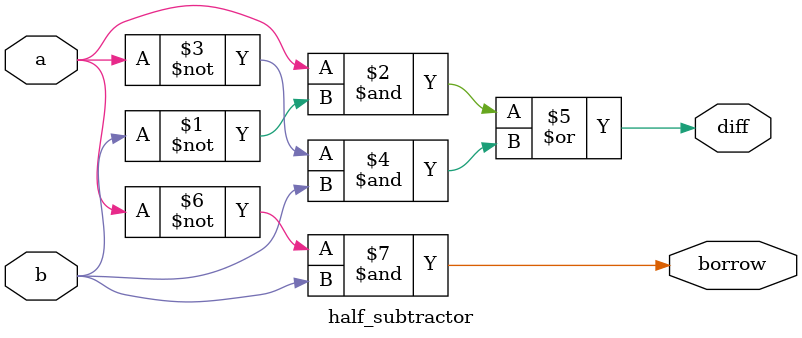
<source format=v>
module half_subtractor
(
   input wire a,b,
   output wire diff,borrow
);
assign diff=(a&~b)|(~a&b);
assign borrow=~a&b;
endmodule

</source>
